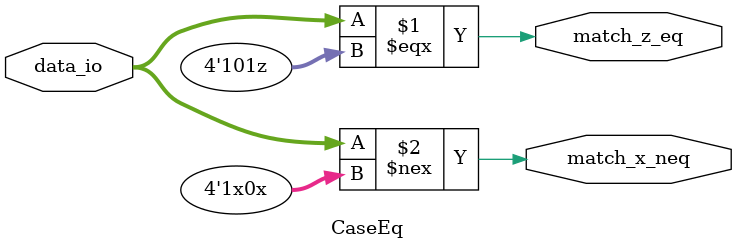
<source format=sv>
module CaseEq (
    inout wire [3:0] data_io,
    output wire match_z_eq,
    output wire match_x_neq
);
    assign match_z_eq = (data_io === 4'b101z);
    assign match_x_neq = (data_io !== 4'b1x0x);
endmodule


</source>
